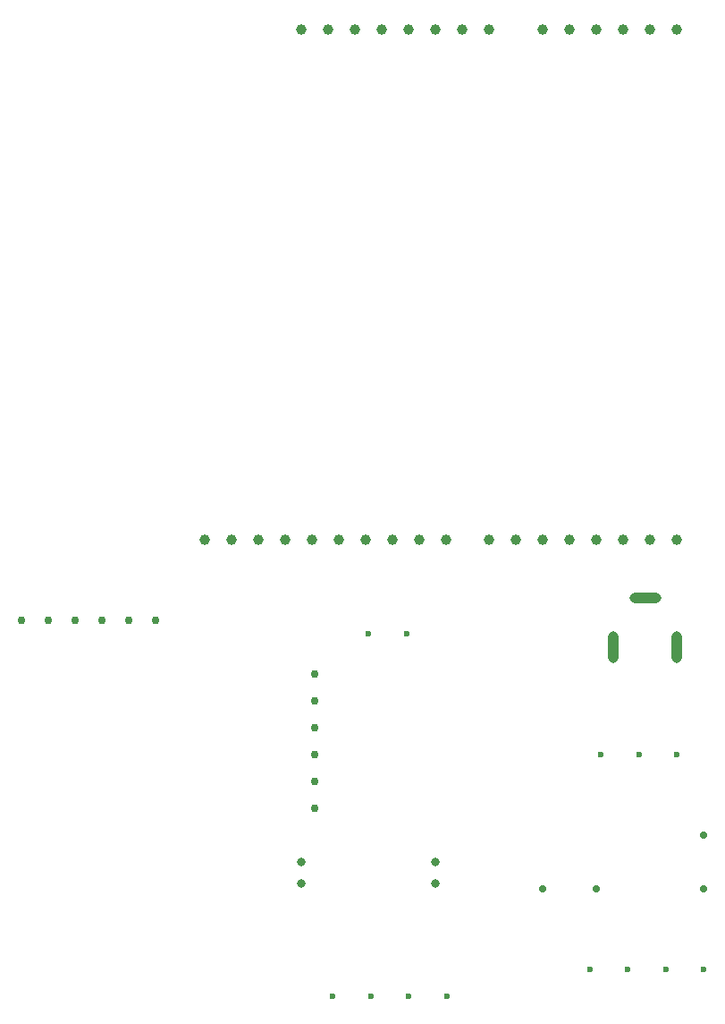
<source format=gbr>
%TF.GenerationSoftware,KiCad,Pcbnew,7.0.2*%
%TF.CreationDate,2023-06-13T20:31:05-05:00*%
%TF.ProjectId,LUCES,4c554345-532e-46b6-9963-61645f706362,rev?*%
%TF.SameCoordinates,Original*%
%TF.FileFunction,Plated,1,2,PTH,Mixed*%
%TF.FilePolarity,Positive*%
%FSLAX46Y46*%
G04 Gerber Fmt 4.6, Leading zero omitted, Abs format (unit mm)*
G04 Created by KiCad (PCBNEW 7.0.2) date 2023-06-13 20:31:05*
%MOMM*%
%LPD*%
G01*
G04 APERTURE LIST*
%TA.AperFunction,ComponentDrill*%
%ADD10C,0.600000*%
%TD*%
%TA.AperFunction,ComponentDrill*%
%ADD11C,0.700000*%
%TD*%
%TA.AperFunction,ComponentDrill*%
%ADD12C,0.762000*%
%TD*%
%TA.AperFunction,ComponentDrill*%
%ADD13C,0.800000*%
%TD*%
%TA.AperFunction,ComponentDrill*%
%ADD14C,1.000000*%
%TD*%
G04 aperture for slot hole*
%TA.AperFunction,ComponentDrill*%
%ADD15O,1.000000X3.000000*%
%TD*%
G04 aperture for slot hole*
%TA.AperFunction,ComponentDrill*%
%ADD16O,3.000000X1.000000*%
%TD*%
G04 APERTURE END LIST*
D10*
%TO.C,D1*%
X104560000Y-124460000D03*
%TO.C,BT1*%
X107950000Y-90170000D03*
%TO.C,D1*%
X108160000Y-124460000D03*
%TO.C,BT1*%
X111550000Y-90170000D03*
%TO.C,D1*%
X111760000Y-124460000D03*
X115360000Y-124460000D03*
%TO.C,D2*%
X128900000Y-121920000D03*
%TO.C,SW1*%
X129960000Y-101600000D03*
%TO.C,D2*%
X132500000Y-121920000D03*
%TO.C,SW1*%
X133560000Y-101600000D03*
%TO.C,D2*%
X136100000Y-121920000D03*
%TO.C,SW1*%
X137160000Y-101600000D03*
%TO.C,D2*%
X139700000Y-121920000D03*
D11*
%TO.C,R2*%
X124460000Y-114300000D03*
X129540000Y-114300000D03*
%TO.C,R3*%
X139700000Y-109220000D03*
X139700000Y-114300000D03*
D12*
%TO.C,BluetoothHC1*%
X75057000Y-88900000D03*
X77597000Y-88900000D03*
X80137000Y-88900000D03*
X82677000Y-88900000D03*
X85217000Y-88900000D03*
X87757000Y-88900000D03*
%TO.C,U1*%
X102870000Y-93980000D03*
X102870000Y-96520000D03*
X102870000Y-99060000D03*
X102870000Y-101600000D03*
X102870000Y-104140000D03*
X102870000Y-106680000D03*
D13*
%TO.C,C1*%
X101600000Y-111760000D03*
X101600000Y-113760000D03*
%TO.C,C2*%
X114300000Y-111760000D03*
X114300000Y-113760000D03*
D14*
%TO.C,A1*%
X92460000Y-81280000D03*
X95000000Y-81280000D03*
X97540000Y-81280000D03*
X100080000Y-81280000D03*
X101600000Y-33020000D03*
X102620000Y-81280000D03*
X104140000Y-33020000D03*
X105160000Y-81280000D03*
X106680000Y-33020000D03*
X107700000Y-81280000D03*
X109220000Y-33020000D03*
X110240000Y-81280000D03*
X111760000Y-33020000D03*
X112780000Y-81280000D03*
X114300000Y-33020000D03*
X115320000Y-81280000D03*
X116840000Y-33020000D03*
X119380000Y-33020000D03*
X119380000Y-81280000D03*
X121920000Y-81280000D03*
X124460000Y-33020000D03*
X124460000Y-81280000D03*
X127000000Y-33020000D03*
X127000000Y-81280000D03*
X129540000Y-33020000D03*
X129540000Y-81280000D03*
D15*
%TO.C,J1*%
X131160000Y-91440000D03*
D14*
%TO.C,A1*%
X132080000Y-33020000D03*
X132080000Y-81280000D03*
D16*
%TO.C,J1*%
X134160000Y-86740000D03*
D14*
%TO.C,A1*%
X134620000Y-33020000D03*
X134620000Y-81280000D03*
X137160000Y-33020000D03*
X137160000Y-81280000D03*
D15*
%TO.C,J1*%
X137160000Y-91440000D03*
M02*

</source>
